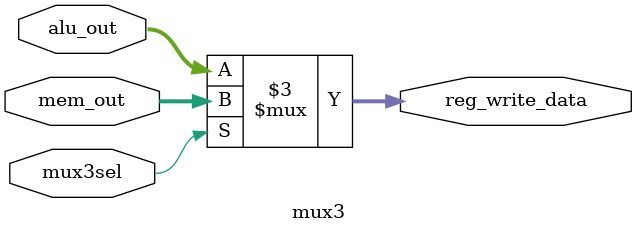
<source format=sv>
module mux3(input logic[31:0] alu_out, input logic[31:0] mem_out, input mux3sel, output logic[31:0] reg_write_data);

    always_comb

        if (mux3sel)
            reg_write_data=mem_out;
        else
            reg_write_data=alu_out;

endmodule
</source>
